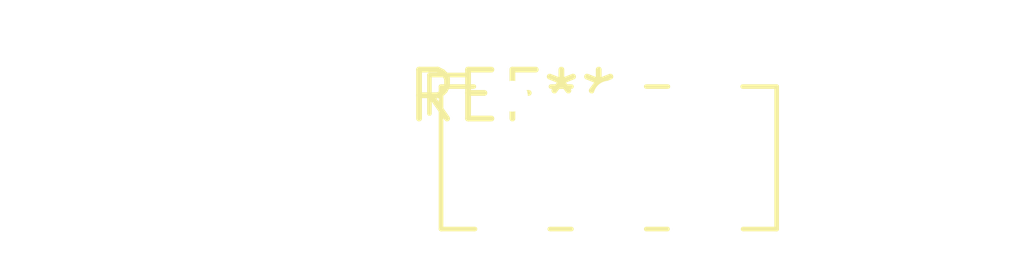
<source format=kicad_pcb>
(kicad_pcb (version 20240108) (generator pcbnew)
  (layers (0 "F.Cu" signal) (31 "B.Cu" signal) (34 "B.Paste" user) (35 "F.Paste" user) (36 "B.SilkS" user "B.Silkscreen") (37 "F.SilkS" user "F.Silkscreen") (38 "B.Mask" user) (39 "F.Mask" user) (44 "Edge.Cuts" user))
  (net 0 "")
  (footprint "SW_E-Switch_EG1271_SPDT" (layer "F.Cu") (at 0 0)
    (property "Reference" "REF**")
    (property "Value" "SW_E-Switch_EG1271_SPDT")
    (fp_line (start -2.15 -0.55) (end -1.15 -0.55) (layer "F.SilkS") (stroke (width 0.12)))
    (fp_line (start -2.15 0.45) (end -2.15 -0.55) (layer "F.SilkS") (stroke (width 0.12)))
    (fp_line (start -1.85 -0.25) (end -1 -0.25) (layer "F.SilkS") (stroke (width 0.12)))
    (fp_line (start -1.85 3.45) (end -1.85 -0.25) (layer "F.SilkS") (stroke (width 0.12)))
    (fp_line (start -0.97 3.45) (end -1.85 3.45) (layer "F.SilkS") (stroke (width 0.12)))
    (fp_line (start 1 -0.25) (end 1.53 -0.25) (layer "F.SilkS") (stroke (width 0.12)))
    (fp_line (start 1.53 3.45) (end 0.97 3.45) (layer "F.SilkS") (stroke (width 0.12)))
    (fp_line (start 3.47 -0.25) (end 4.03 -0.25) (layer "F.SilkS") (stroke (width 0.12)))
    (fp_line (start 4.02 3.45) (end 3.47 3.45) (layer "F.SilkS") (stroke (width 0.12)))
    (fp_line (start 5.97 -0.25) (end 6.85 -0.25) (layer "F.SilkS") (stroke (width 0.12)))
    (fp_line (start 6.85 -0.25) (end 6.85 3.45) (layer "F.SilkS") (stroke (width 0.12)))
    (fp_line (start 6.85 3.45) (end 5.98 3.45) (layer "F.SilkS") (stroke (width 0.12)))
    (pad "1" thru_hole rect (at 0 0) (size 1.6 1.6) (drill 0.8) (layers *.Cu *.Mask) (remove_unused_layers))
    (pad "2" thru_hole circle (at 2.5 0) (size 1.6 1.6) (drill 0.8) (layers *.Cu *.Mask) (remove_unused_layers))
    (pad "3" thru_hole circle (at 5 0) (size 1.6 1.6) (drill 0.8) (layers *.Cu *.Mask) (remove_unused_layers))
    (pad "4" thru_hole circle (at 0 3.2) (size 1.6 1.6) (drill 0.8) (layers *.Cu *.Mask) (remove_unused_layers))
    (pad "5" thru_hole circle (at 2.5 3.2) (size 1.6 1.6) (drill 0.8) (layers *.Cu *.Mask) (remove_unused_layers))
    (pad "6" thru_hole circle (at 5 3.2) (size 1.6 1.6) (drill 0.8) (layers *.Cu *.Mask) (remove_unused_layers))
  )
)
</source>
